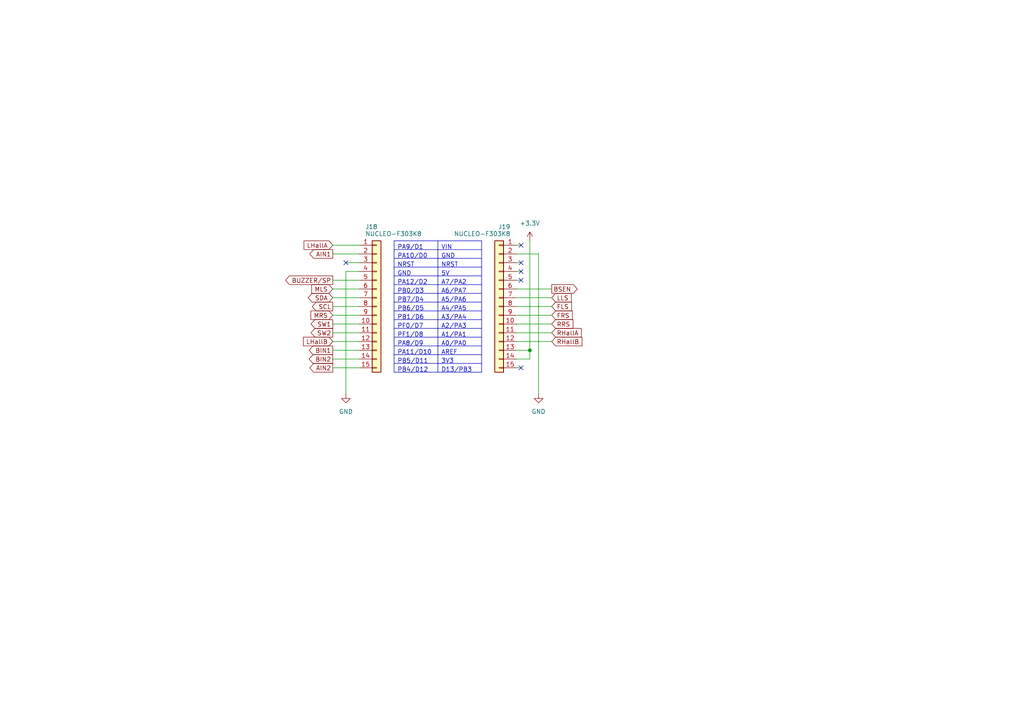
<source format=kicad_sch>
(kicad_sch
	(version 20250114)
	(generator "eeschema")
	(generator_version "9.0")
	(uuid "4d4a456d-25ab-4bcb-886e-769a0165e8e6")
	(paper "A4")
	(lib_symbols
		(symbol "Connector_Generic:Conn_01x15"
			(pin_names
				(offset 1.016)
				(hide yes)
			)
			(exclude_from_sim no)
			(in_bom yes)
			(on_board yes)
			(property "Reference" "J"
				(at 0 20.32 0)
				(effects
					(font
						(size 1.27 1.27)
					)
				)
			)
			(property "Value" "Conn_01x15"
				(at 0 -20.32 0)
				(effects
					(font
						(size 1.27 1.27)
					)
				)
			)
			(property "Footprint" ""
				(at 0 0 0)
				(effects
					(font
						(size 1.27 1.27)
					)
					(hide yes)
				)
			)
			(property "Datasheet" "~"
				(at 0 0 0)
				(effects
					(font
						(size 1.27 1.27)
					)
					(hide yes)
				)
			)
			(property "Description" "Generic connector, single row, 01x15, script generated (kicad-library-utils/schlib/autogen/connector/)"
				(at 0 0 0)
				(effects
					(font
						(size 1.27 1.27)
					)
					(hide yes)
				)
			)
			(property "ki_keywords" "connector"
				(at 0 0 0)
				(effects
					(font
						(size 1.27 1.27)
					)
					(hide yes)
				)
			)
			(property "ki_fp_filters" "Connector*:*_1x??_*"
				(at 0 0 0)
				(effects
					(font
						(size 1.27 1.27)
					)
					(hide yes)
				)
			)
			(symbol "Conn_01x15_1_1"
				(rectangle
					(start -1.27 19.05)
					(end 1.27 -19.05)
					(stroke
						(width 0.254)
						(type default)
					)
					(fill
						(type background)
					)
				)
				(rectangle
					(start -1.27 17.907)
					(end 0 17.653)
					(stroke
						(width 0.1524)
						(type default)
					)
					(fill
						(type none)
					)
				)
				(rectangle
					(start -1.27 15.367)
					(end 0 15.113)
					(stroke
						(width 0.1524)
						(type default)
					)
					(fill
						(type none)
					)
				)
				(rectangle
					(start -1.27 12.827)
					(end 0 12.573)
					(stroke
						(width 0.1524)
						(type default)
					)
					(fill
						(type none)
					)
				)
				(rectangle
					(start -1.27 10.287)
					(end 0 10.033)
					(stroke
						(width 0.1524)
						(type default)
					)
					(fill
						(type none)
					)
				)
				(rectangle
					(start -1.27 7.747)
					(end 0 7.493)
					(stroke
						(width 0.1524)
						(type default)
					)
					(fill
						(type none)
					)
				)
				(rectangle
					(start -1.27 5.207)
					(end 0 4.953)
					(stroke
						(width 0.1524)
						(type default)
					)
					(fill
						(type none)
					)
				)
				(rectangle
					(start -1.27 2.667)
					(end 0 2.413)
					(stroke
						(width 0.1524)
						(type default)
					)
					(fill
						(type none)
					)
				)
				(rectangle
					(start -1.27 0.127)
					(end 0 -0.127)
					(stroke
						(width 0.1524)
						(type default)
					)
					(fill
						(type none)
					)
				)
				(rectangle
					(start -1.27 -2.413)
					(end 0 -2.667)
					(stroke
						(width 0.1524)
						(type default)
					)
					(fill
						(type none)
					)
				)
				(rectangle
					(start -1.27 -4.953)
					(end 0 -5.207)
					(stroke
						(width 0.1524)
						(type default)
					)
					(fill
						(type none)
					)
				)
				(rectangle
					(start -1.27 -7.493)
					(end 0 -7.747)
					(stroke
						(width 0.1524)
						(type default)
					)
					(fill
						(type none)
					)
				)
				(rectangle
					(start -1.27 -10.033)
					(end 0 -10.287)
					(stroke
						(width 0.1524)
						(type default)
					)
					(fill
						(type none)
					)
				)
				(rectangle
					(start -1.27 -12.573)
					(end 0 -12.827)
					(stroke
						(width 0.1524)
						(type default)
					)
					(fill
						(type none)
					)
				)
				(rectangle
					(start -1.27 -15.113)
					(end 0 -15.367)
					(stroke
						(width 0.1524)
						(type default)
					)
					(fill
						(type none)
					)
				)
				(rectangle
					(start -1.27 -17.653)
					(end 0 -17.907)
					(stroke
						(width 0.1524)
						(type default)
					)
					(fill
						(type none)
					)
				)
				(pin passive line
					(at -5.08 17.78 0)
					(length 3.81)
					(name "Pin_1"
						(effects
							(font
								(size 1.27 1.27)
							)
						)
					)
					(number "1"
						(effects
							(font
								(size 1.27 1.27)
							)
						)
					)
				)
				(pin passive line
					(at -5.08 15.24 0)
					(length 3.81)
					(name "Pin_2"
						(effects
							(font
								(size 1.27 1.27)
							)
						)
					)
					(number "2"
						(effects
							(font
								(size 1.27 1.27)
							)
						)
					)
				)
				(pin passive line
					(at -5.08 12.7 0)
					(length 3.81)
					(name "Pin_3"
						(effects
							(font
								(size 1.27 1.27)
							)
						)
					)
					(number "3"
						(effects
							(font
								(size 1.27 1.27)
							)
						)
					)
				)
				(pin passive line
					(at -5.08 10.16 0)
					(length 3.81)
					(name "Pin_4"
						(effects
							(font
								(size 1.27 1.27)
							)
						)
					)
					(number "4"
						(effects
							(font
								(size 1.27 1.27)
							)
						)
					)
				)
				(pin passive line
					(at -5.08 7.62 0)
					(length 3.81)
					(name "Pin_5"
						(effects
							(font
								(size 1.27 1.27)
							)
						)
					)
					(number "5"
						(effects
							(font
								(size 1.27 1.27)
							)
						)
					)
				)
				(pin passive line
					(at -5.08 5.08 0)
					(length 3.81)
					(name "Pin_6"
						(effects
							(font
								(size 1.27 1.27)
							)
						)
					)
					(number "6"
						(effects
							(font
								(size 1.27 1.27)
							)
						)
					)
				)
				(pin passive line
					(at -5.08 2.54 0)
					(length 3.81)
					(name "Pin_7"
						(effects
							(font
								(size 1.27 1.27)
							)
						)
					)
					(number "7"
						(effects
							(font
								(size 1.27 1.27)
							)
						)
					)
				)
				(pin passive line
					(at -5.08 0 0)
					(length 3.81)
					(name "Pin_8"
						(effects
							(font
								(size 1.27 1.27)
							)
						)
					)
					(number "8"
						(effects
							(font
								(size 1.27 1.27)
							)
						)
					)
				)
				(pin passive line
					(at -5.08 -2.54 0)
					(length 3.81)
					(name "Pin_9"
						(effects
							(font
								(size 1.27 1.27)
							)
						)
					)
					(number "9"
						(effects
							(font
								(size 1.27 1.27)
							)
						)
					)
				)
				(pin passive line
					(at -5.08 -5.08 0)
					(length 3.81)
					(name "Pin_10"
						(effects
							(font
								(size 1.27 1.27)
							)
						)
					)
					(number "10"
						(effects
							(font
								(size 1.27 1.27)
							)
						)
					)
				)
				(pin passive line
					(at -5.08 -7.62 0)
					(length 3.81)
					(name "Pin_11"
						(effects
							(font
								(size 1.27 1.27)
							)
						)
					)
					(number "11"
						(effects
							(font
								(size 1.27 1.27)
							)
						)
					)
				)
				(pin passive line
					(at -5.08 -10.16 0)
					(length 3.81)
					(name "Pin_12"
						(effects
							(font
								(size 1.27 1.27)
							)
						)
					)
					(number "12"
						(effects
							(font
								(size 1.27 1.27)
							)
						)
					)
				)
				(pin passive line
					(at -5.08 -12.7 0)
					(length 3.81)
					(name "Pin_13"
						(effects
							(font
								(size 1.27 1.27)
							)
						)
					)
					(number "13"
						(effects
							(font
								(size 1.27 1.27)
							)
						)
					)
				)
				(pin passive line
					(at -5.08 -15.24 0)
					(length 3.81)
					(name "Pin_14"
						(effects
							(font
								(size 1.27 1.27)
							)
						)
					)
					(number "14"
						(effects
							(font
								(size 1.27 1.27)
							)
						)
					)
				)
				(pin passive line
					(at -5.08 -17.78 0)
					(length 3.81)
					(name "Pin_15"
						(effects
							(font
								(size 1.27 1.27)
							)
						)
					)
					(number "15"
						(effects
							(font
								(size 1.27 1.27)
							)
						)
					)
				)
			)
			(embedded_fonts no)
		)
		(symbol "power:+3.3V"
			(power)
			(pin_numbers
				(hide yes)
			)
			(pin_names
				(offset 0)
				(hide yes)
			)
			(exclude_from_sim no)
			(in_bom yes)
			(on_board yes)
			(property "Reference" "#PWR"
				(at 0 -3.81 0)
				(effects
					(font
						(size 1.27 1.27)
					)
					(hide yes)
				)
			)
			(property "Value" "+3.3V"
				(at 0 3.556 0)
				(effects
					(font
						(size 1.27 1.27)
					)
				)
			)
			(property "Footprint" ""
				(at 0 0 0)
				(effects
					(font
						(size 1.27 1.27)
					)
					(hide yes)
				)
			)
			(property "Datasheet" ""
				(at 0 0 0)
				(effects
					(font
						(size 1.27 1.27)
					)
					(hide yes)
				)
			)
			(property "Description" "Power symbol creates a global label with name \"+3.3V\""
				(at 0 0 0)
				(effects
					(font
						(size 1.27 1.27)
					)
					(hide yes)
				)
			)
			(property "ki_keywords" "global power"
				(at 0 0 0)
				(effects
					(font
						(size 1.27 1.27)
					)
					(hide yes)
				)
			)
			(symbol "+3.3V_0_1"
				(polyline
					(pts
						(xy -0.762 1.27) (xy 0 2.54)
					)
					(stroke
						(width 0)
						(type default)
					)
					(fill
						(type none)
					)
				)
				(polyline
					(pts
						(xy 0 2.54) (xy 0.762 1.27)
					)
					(stroke
						(width 0)
						(type default)
					)
					(fill
						(type none)
					)
				)
				(polyline
					(pts
						(xy 0 0) (xy 0 2.54)
					)
					(stroke
						(width 0)
						(type default)
					)
					(fill
						(type none)
					)
				)
			)
			(symbol "+3.3V_1_1"
				(pin power_in line
					(at 0 0 90)
					(length 0)
					(name "~"
						(effects
							(font
								(size 1.27 1.27)
							)
						)
					)
					(number "1"
						(effects
							(font
								(size 1.27 1.27)
							)
						)
					)
				)
			)
			(embedded_fonts no)
		)
		(symbol "power:GND"
			(power)
			(pin_numbers
				(hide yes)
			)
			(pin_names
				(offset 0)
				(hide yes)
			)
			(exclude_from_sim no)
			(in_bom yes)
			(on_board yes)
			(property "Reference" "#PWR"
				(at 0 -6.35 0)
				(effects
					(font
						(size 1.27 1.27)
					)
					(hide yes)
				)
			)
			(property "Value" "GND"
				(at 0 -3.81 0)
				(effects
					(font
						(size 1.27 1.27)
					)
				)
			)
			(property "Footprint" ""
				(at 0 0 0)
				(effects
					(font
						(size 1.27 1.27)
					)
					(hide yes)
				)
			)
			(property "Datasheet" ""
				(at 0 0 0)
				(effects
					(font
						(size 1.27 1.27)
					)
					(hide yes)
				)
			)
			(property "Description" "Power symbol creates a global label with name \"GND\" , ground"
				(at 0 0 0)
				(effects
					(font
						(size 1.27 1.27)
					)
					(hide yes)
				)
			)
			(property "ki_keywords" "global power"
				(at 0 0 0)
				(effects
					(font
						(size 1.27 1.27)
					)
					(hide yes)
				)
			)
			(symbol "GND_0_1"
				(polyline
					(pts
						(xy 0 0) (xy 0 -1.27) (xy 1.27 -1.27) (xy 0 -2.54) (xy -1.27 -1.27) (xy 0 -1.27)
					)
					(stroke
						(width 0)
						(type default)
					)
					(fill
						(type none)
					)
				)
			)
			(symbol "GND_1_1"
				(pin power_in line
					(at 0 0 270)
					(length 0)
					(name "~"
						(effects
							(font
								(size 1.27 1.27)
							)
						)
					)
					(number "1"
						(effects
							(font
								(size 1.27 1.27)
							)
						)
					)
				)
			)
			(embedded_fonts no)
		)
	)
	(junction
		(at 153.67 101.6)
		(diameter 0)
		(color 0 0 0 0)
		(uuid "64a7f56f-8051-4975-889f-816c731f21eb")
	)
	(no_connect
		(at 151.13 76.2)
		(uuid "1c6ddded-e4d1-4c59-8e8a-6b0b1f95f042")
	)
	(no_connect
		(at 151.13 78.74)
		(uuid "241825bc-5817-4a04-838a-381d5da558e0")
	)
	(no_connect
		(at 151.13 81.28)
		(uuid "2abeeb14-c406-4510-8681-671bbcbef948")
	)
	(no_connect
		(at 151.13 71.12)
		(uuid "4ed99d0c-ba2b-4130-b2d5-f0d1d2d9b367")
	)
	(no_connect
		(at 151.13 106.68)
		(uuid "504f9f0e-6270-482a-8cef-969bc80802f5")
	)
	(no_connect
		(at 100.33 76.2)
		(uuid "878c504c-f045-4554-a0ea-9887a86f3ed8")
	)
	(wire
		(pts
			(xy 153.67 69.85) (xy 153.67 101.6)
		)
		(stroke
			(width 0)
			(type default)
		)
		(uuid "00d0bc06-e1f5-4eec-a859-867bdf4f763d")
	)
	(wire
		(pts
			(xy 100.33 76.2) (xy 104.14 76.2)
		)
		(stroke
			(width 0)
			(type default)
		)
		(uuid "018f29b2-0af7-45fe-8991-a4b73d6c45e9")
	)
	(wire
		(pts
			(xy 96.52 91.44) (xy 104.14 91.44)
		)
		(stroke
			(width 0)
			(type default)
		)
		(uuid "15c850cc-74c9-461c-81a7-8589df9af21f")
	)
	(wire
		(pts
			(xy 149.86 86.36) (xy 160.02 86.36)
		)
		(stroke
			(width 0)
			(type default)
		)
		(uuid "1c81c23d-3b2e-42c0-b557-d1aef8e2c943")
	)
	(wire
		(pts
			(xy 96.52 73.66) (xy 104.14 73.66)
		)
		(stroke
			(width 0)
			(type default)
		)
		(uuid "20242a39-8378-4bfe-8945-c4b42e43e19e")
	)
	(wire
		(pts
			(xy 96.52 96.52) (xy 104.14 96.52)
		)
		(stroke
			(width 0)
			(type default)
		)
		(uuid "25317e04-cc91-4a11-89f1-22b9359a2cdf")
	)
	(wire
		(pts
			(xy 149.86 88.9) (xy 160.02 88.9)
		)
		(stroke
			(width 0)
			(type default)
		)
		(uuid "31a333af-bf63-4115-8eda-611145b90a5b")
	)
	(wire
		(pts
			(xy 96.52 93.98) (xy 104.14 93.98)
		)
		(stroke
			(width 0)
			(type default)
		)
		(uuid "36a05ad2-5ec3-4e42-8a38-22d2c13b17bf")
	)
	(wire
		(pts
			(xy 96.52 99.06) (xy 104.14 99.06)
		)
		(stroke
			(width 0)
			(type default)
		)
		(uuid "5d5b8cda-9177-41d2-85d3-a6dc8d9ff064")
	)
	(wire
		(pts
			(xy 96.52 83.82) (xy 104.14 83.82)
		)
		(stroke
			(width 0)
			(type default)
		)
		(uuid "68ecb446-7a0f-4b62-aaf4-0028f246d540")
	)
	(wire
		(pts
			(xy 96.52 81.28) (xy 104.14 81.28)
		)
		(stroke
			(width 0)
			(type default)
		)
		(uuid "790e0c5d-e9c4-4197-8e1e-3b741cb2fd35")
	)
	(wire
		(pts
			(xy 149.86 101.6) (xy 153.67 101.6)
		)
		(stroke
			(width 0)
			(type default)
		)
		(uuid "7dfdf6ca-6124-4a43-bc53-1223fed5dc2a")
	)
	(wire
		(pts
			(xy 96.52 86.36) (xy 104.14 86.36)
		)
		(stroke
			(width 0)
			(type default)
		)
		(uuid "7ee0ec15-2bb3-409d-be75-63b922b69846")
	)
	(wire
		(pts
			(xy 96.52 71.12) (xy 104.14 71.12)
		)
		(stroke
			(width 0)
			(type default)
		)
		(uuid "8f4cdd8d-1920-430a-a444-c06f9b66807a")
	)
	(wire
		(pts
			(xy 96.52 104.14) (xy 104.14 104.14)
		)
		(stroke
			(width 0)
			(type default)
		)
		(uuid "9a25cd10-2cd5-4e91-a211-ecb5056d1614")
	)
	(wire
		(pts
			(xy 153.67 104.14) (xy 153.67 101.6)
		)
		(stroke
			(width 0)
			(type default)
		)
		(uuid "9d9df7f1-305c-47ca-91f2-68835ff7af54")
	)
	(wire
		(pts
			(xy 96.52 101.6) (xy 104.14 101.6)
		)
		(stroke
			(width 0)
			(type default)
		)
		(uuid "a2cf479c-da24-4df8-8982-3d76719371c7")
	)
	(wire
		(pts
			(xy 149.86 78.74) (xy 151.13 78.74)
		)
		(stroke
			(width 0)
			(type default)
		)
		(uuid "a39b05d2-0896-44e0-b8b0-c5ba52dbd949")
	)
	(wire
		(pts
			(xy 149.86 99.06) (xy 160.02 99.06)
		)
		(stroke
			(width 0)
			(type default)
		)
		(uuid "a4ffad3d-2ae0-45f6-8088-bcb1bf4d475f")
	)
	(wire
		(pts
			(xy 149.86 93.98) (xy 160.02 93.98)
		)
		(stroke
			(width 0)
			(type default)
		)
		(uuid "a5c47b22-4942-44a7-aa10-1a99dd7a6f5b")
	)
	(wire
		(pts
			(xy 149.86 81.28) (xy 151.13 81.28)
		)
		(stroke
			(width 0)
			(type default)
		)
		(uuid "a763e728-972e-46aa-bd00-cfe536a2ad20")
	)
	(wire
		(pts
			(xy 100.33 78.74) (xy 100.33 114.3)
		)
		(stroke
			(width 0)
			(type default)
		)
		(uuid "b2b7c0ec-f232-4de6-893d-ab9ab4bb0833")
	)
	(wire
		(pts
			(xy 104.14 78.74) (xy 100.33 78.74)
		)
		(stroke
			(width 0)
			(type default)
		)
		(uuid "b6099e1c-da37-4b0a-bf8e-ecef9c085950")
	)
	(wire
		(pts
			(xy 149.86 73.66) (xy 156.21 73.66)
		)
		(stroke
			(width 0)
			(type default)
		)
		(uuid "bfc544d9-4aee-40d5-ba5e-c63f3b6e9f98")
	)
	(wire
		(pts
			(xy 149.86 106.68) (xy 151.13 106.68)
		)
		(stroke
			(width 0)
			(type default)
		)
		(uuid "c22c458b-dec5-4227-8b85-471f38bc5e4f")
	)
	(wire
		(pts
			(xy 149.86 76.2) (xy 151.13 76.2)
		)
		(stroke
			(width 0)
			(type default)
		)
		(uuid "c46e1c0f-f1b9-4ee2-b10f-68835c646f5d")
	)
	(wire
		(pts
			(xy 96.52 106.68) (xy 104.14 106.68)
		)
		(stroke
			(width 0)
			(type default)
		)
		(uuid "c4f39135-9528-4d2f-99e6-9edd4d121e88")
	)
	(wire
		(pts
			(xy 149.86 104.14) (xy 153.67 104.14)
		)
		(stroke
			(width 0)
			(type default)
		)
		(uuid "c6cd3b9f-1980-409d-b500-99f95d701ae0")
	)
	(wire
		(pts
			(xy 149.86 96.52) (xy 160.02 96.52)
		)
		(stroke
			(width 0)
			(type default)
		)
		(uuid "c7757d11-4383-4363-8786-120d8911818a")
	)
	(wire
		(pts
			(xy 96.52 88.9) (xy 104.14 88.9)
		)
		(stroke
			(width 0)
			(type default)
		)
		(uuid "e3c05ce6-3390-4de8-8b75-16be15ea2a50")
	)
	(wire
		(pts
			(xy 149.86 71.12) (xy 151.13 71.12)
		)
		(stroke
			(width 0)
			(type default)
		)
		(uuid "e48efd2b-2a81-451e-8870-ee7bd5c37b9f")
	)
	(wire
		(pts
			(xy 149.86 83.82) (xy 160.02 83.82)
		)
		(stroke
			(width 0)
			(type default)
		)
		(uuid "fae161ba-a56f-45ab-afa4-1391947d9975")
	)
	(wire
		(pts
			(xy 149.86 91.44) (xy 160.02 91.44)
		)
		(stroke
			(width 0)
			(type default)
		)
		(uuid "fb2892d1-bdf8-4711-9bf0-5f4a42a86f2f")
	)
	(wire
		(pts
			(xy 156.21 73.66) (xy 156.21 114.3)
		)
		(stroke
			(width 0)
			(type default)
		)
		(uuid "ff90fb90-4048-4ce4-8239-da15e46b2613")
	)
	(table
		(column_count 2)
		(border
			(external yes)
			(header yes)
			(stroke
				(width 0)
				(type solid)
			)
		)
		(separators
			(rows yes)
			(cols yes)
			(stroke
				(width 0)
				(type solid)
			)
		)
		(column_widths 12.7 12.7)
		(row_heights 2.54 2.54 2.54 2.54 2.54 2.54 2.54 2.54 2.54 2.54 2.54 2.54
			2.54 2.54 2.54
		)
		(cells
			(table_cell "PA9/D1"
				(exclude_from_sim no)
				(at 114.3 69.85 0)
				(size 12.7 2.54)
				(margins 0.9525 0.9525 0.9525 0.9525)
				(span 1 1)
				(fill
					(type none)
				)
				(effects
					(font
						(size 1.27 1.27)
					)
					(justify left top)
				)
				(uuid "40d2d1e1-9f38-408d-b8ff-48ac5e9826dd")
			)
			(table_cell "VIN"
				(exclude_from_sim no)
				(at 127 69.85 0)
				(size 12.7 2.54)
				(margins 0.9525 0.9525 0.9525 0.9525)
				(span 1 1)
				(fill
					(type none)
				)
				(effects
					(font
						(size 1.27 1.27)
					)
					(justify left top)
				)
				(uuid "3f0bd70b-fc41-46f1-a356-3873fb22c2ac")
			)
			(table_cell "PA10/D0"
				(exclude_from_sim no)
				(at 114.3 72.39 0)
				(size 12.7 2.54)
				(margins 0.9525 0.9525 0.9525 0.9525)
				(span 1 1)
				(fill
					(type none)
				)
				(effects
					(font
						(size 1.27 1.27)
					)
					(justify left top)
				)
				(uuid "567c8bb8-f025-4817-8033-d27f63adc97e")
			)
			(table_cell "GND"
				(exclude_from_sim no)
				(at 127 72.39 0)
				(size 12.7 2.54)
				(margins 0.9525 0.9525 0.9525 0.9525)
				(span 1 1)
				(fill
					(type none)
				)
				(effects
					(font
						(size 1.27 1.27)
					)
					(justify left top)
				)
				(uuid "254628ff-ccb2-4a14-9217-1e2f649a1dd5")
			)
			(table_cell "NRST"
				(exclude_from_sim no)
				(at 114.3 74.93 0)
				(size 12.7 2.54)
				(margins 0.9525 0.9525 0.9525 0.9525)
				(span 1 1)
				(fill
					(type none)
				)
				(effects
					(font
						(size 1.27 1.27)
					)
					(justify left top)
				)
				(uuid "45a2de4d-291b-4e84-9718-3f523c4bbbea")
			)
			(table_cell "NRST"
				(exclude_from_sim no)
				(at 127 74.93 0)
				(size 12.7 2.54)
				(margins 0.9525 0.9525 0.9525 0.9525)
				(span 1 1)
				(fill
					(type none)
				)
				(effects
					(font
						(size 1.27 1.27)
					)
					(justify left top)
				)
				(uuid "dee81577-3851-4e48-b641-13c8f89bf03a")
			)
			(table_cell "GND"
				(exclude_from_sim no)
				(at 114.3 77.47 0)
				(size 12.7 2.54)
				(margins 0.9525 0.9525 0.9525 0.9525)
				(span 1 1)
				(fill
					(type none)
				)
				(effects
					(font
						(size 1.27 1.27)
					)
					(justify left top)
				)
				(uuid "6421d2b2-3077-47f4-a437-c560d20452a2")
			)
			(table_cell "5V"
				(exclude_from_sim no)
				(at 127 77.47 0)
				(size 12.7 2.54)
				(margins 0.9525 0.9525 0.9525 0.9525)
				(span 1 1)
				(fill
					(type none)
				)
				(effects
					(font
						(size 1.27 1.27)
					)
					(justify left top)
				)
				(uuid "c8d9867e-7e2b-4d5d-a3e2-ed980d95c28f")
			)
			(table_cell "PA12/D2"
				(exclude_from_sim no)
				(at 114.3 80.01 0)
				(size 12.7 2.54)
				(margins 0.9525 0.9525 0.9525 0.9525)
				(span 1 1)
				(fill
					(type none)
				)
				(effects
					(font
						(size 1.27 1.27)
					)
					(justify left top)
				)
				(uuid "bf458bf2-e763-4e75-bf95-2bacb765d4bd")
			)
			(table_cell "A7/PA2"
				(exclude_from_sim no)
				(at 127 80.01 0)
				(size 12.7 2.54)
				(margins 0.9525 0.9525 0.9525 0.9525)
				(span 1 1)
				(fill
					(type none)
				)
				(effects
					(font
						(size 1.27 1.27)
					)
					(justify left top)
				)
				(uuid "b4c5bf74-81b8-4648-b574-ee6d933f020d")
			)
			(table_cell "PB0/D3"
				(exclude_from_sim no)
				(at 114.3 82.55 0)
				(size 12.7 2.54)
				(margins 0.9525 0.9525 0.9525 0.9525)
				(span 1 1)
				(fill
					(type none)
				)
				(effects
					(font
						(size 1.27 1.27)
					)
					(justify left top)
				)
				(uuid "820e7ce6-2c52-41d6-9600-0d9edbbe41cb")
			)
			(table_cell "A6/PA7"
				(exclude_from_sim no)
				(at 127 82.55 0)
				(size 12.7 2.54)
				(margins 0.9525 0.9525 0.9525 0.9525)
				(span 1 1)
				(fill
					(type none)
				)
				(effects
					(font
						(size 1.27 1.27)
					)
					(justify left top)
				)
				(uuid "adafca8d-cdcc-4921-a497-99b56dfb15a3")
			)
			(table_cell "PB7/D4"
				(exclude_from_sim no)
				(at 114.3 85.09 0)
				(size 12.7 2.54)
				(margins 0.9525 0.9525 0.9525 0.9525)
				(span 1 1)
				(fill
					(type none)
				)
				(effects
					(font
						(size 1.27 1.27)
					)
					(justify left top)
				)
				(uuid "a3fd9ba4-a486-4c41-bb91-a3c934535cd4")
			)
			(table_cell "A5/PA6"
				(exclude_from_sim no)
				(at 127 85.09 0)
				(size 12.7 2.54)
				(margins 0.9525 0.9525 0.9525 0.9525)
				(span 1 1)
				(fill
					(type none)
				)
				(effects
					(font
						(size 1.27 1.27)
					)
					(justify left top)
				)
				(uuid "690e948f-aa98-4f98-b3ea-c4b12096e074")
			)
			(table_cell "PB6/D5"
				(exclude_from_sim no)
				(at 114.3 87.63 0)
				(size 12.7 2.54)
				(margins 0.9525 0.9525 0.9525 0.9525)
				(span 1 1)
				(fill
					(type none)
				)
				(effects
					(font
						(size 1.27 1.27)
					)
					(justify left top)
				)
				(uuid "665d9cb7-a534-4bd6-9e5b-5ee8a8c51a83")
			)
			(table_cell "A4/PA5"
				(exclude_from_sim no)
				(at 127 87.63 0)
				(size 12.7 2.54)
				(margins 0.9525 0.9525 0.9525 0.9525)
				(span 1 1)
				(fill
					(type none)
				)
				(effects
					(font
						(size 1.27 1.27)
					)
					(justify left top)
				)
				(uuid "c88a1316-ea5f-48eb-ad24-88786e8b4ebc")
			)
			(table_cell "PB1/D6"
				(exclude_from_sim no)
				(at 114.3 90.17 0)
				(size 12.7 2.54)
				(margins 0.9525 0.9525 0.9525 0.9525)
				(span 1 1)
				(fill
					(type none)
				)
				(effects
					(font
						(size 1.27 1.27)
					)
					(justify left top)
				)
				(uuid "614b1094-8e34-4e95-b2fb-ff41f404ba33")
			)
			(table_cell "A3/PA4"
				(exclude_from_sim no)
				(at 127 90.17 0)
				(size 12.7 2.54)
				(margins 0.9525 0.9525 0.9525 0.9525)
				(span 1 1)
				(fill
					(type none)
				)
				(effects
					(font
						(size 1.27 1.27)
					)
					(justify left top)
				)
				(uuid "6213356a-5396-4070-aed4-4a6e9c10e0d9")
			)
			(table_cell "PF0/D7"
				(exclude_from_sim no)
				(at 114.3 92.71 0)
				(size 12.7 2.54)
				(margins 0.9525 0.9525 0.9525 0.9525)
				(span 1 1)
				(fill
					(type none)
				)
				(effects
					(font
						(size 1.27 1.27)
					)
					(justify left top)
				)
				(uuid "0fa73e04-1aaf-4254-b8e8-f449cd40f73a")
			)
			(table_cell "A2/PA3"
				(exclude_from_sim no)
				(at 127 92.71 0)
				(size 12.7 2.54)
				(margins 0.9525 0.9525 0.9525 0.9525)
				(span 1 1)
				(fill
					(type none)
				)
				(effects
					(font
						(size 1.27 1.27)
					)
					(justify left top)
				)
				(uuid "2d76e496-0707-4b9e-b157-de28052888a0")
			)
			(table_cell "PF1/D8"
				(exclude_from_sim no)
				(at 114.3 95.25 0)
				(size 12.7 2.54)
				(margins 0.9525 0.9525 0.9525 0.9525)
				(span 1 1)
				(fill
					(type none)
				)
				(effects
					(font
						(size 1.27 1.27)
					)
					(justify left top)
				)
				(uuid "9d667069-b002-4983-b801-4600061eebe4")
			)
			(table_cell "A1/PA1"
				(exclude_from_sim no)
				(at 127 95.25 0)
				(size 12.7 2.54)
				(margins 0.9525 0.9525 0.9525 0.9525)
				(span 1 1)
				(fill
					(type none)
				)
				(effects
					(font
						(size 1.27 1.27)
					)
					(justify left top)
				)
				(uuid "71d6997b-6a44-4e7b-b26f-103ba114b728")
			)
			(table_cell "PA8/D9"
				(exclude_from_sim no)
				(at 114.3 97.79 0)
				(size 12.7 2.54)
				(margins 0.9525 0.9525 0.9525 0.9525)
				(span 1 1)
				(fill
					(type none)
				)
				(effects
					(font
						(size 1.27 1.27)
					)
					(justify left top)
				)
				(uuid "6cf6ded4-ca96-4615-9f3b-517e774a1755")
			)
			(table_cell "A0/PA0"
				(exclude_from_sim no)
				(at 127 97.79 0)
				(size 12.7 2.54)
				(margins 0.9525 0.9525 0.9525 0.9525)
				(span 1 1)
				(fill
					(type none)
				)
				(effects
					(font
						(size 1.27 1.27)
					)
					(justify left top)
				)
				(uuid "ffdf9838-f61b-40b4-be8b-fbb43f338968")
			)
			(table_cell "PA11/D10"
				(exclude_from_sim no)
				(at 114.3 100.33 0)
				(size 12.7 2.54)
				(margins 0.9525 0.9525 0.9525 0.9525)
				(span 1 1)
				(fill
					(type none)
				)
				(effects
					(font
						(size 1.27 1.27)
					)
					(justify left top)
				)
				(uuid "f89e5330-d555-4b1b-ac49-6a5cf2376589")
			)
			(table_cell "AREF"
				(exclude_from_sim no)
				(at 127 100.33 0)
				(size 12.7 2.54)
				(margins 0.9525 0.9525 0.9525 0.9525)
				(span 1 1)
				(fill
					(type none)
				)
				(effects
					(font
						(size 1.27 1.27)
					)
					(justify left top)
				)
				(uuid "611e2344-a77a-4f43-a6db-5a65f447450e")
			)
			(table_cell "PB5/D11"
				(exclude_from_sim no)
				(at 114.3 102.87 0)
				(size 12.7 2.54)
				(margins 0.9525 0.9525 0.9525 0.9525)
				(span 1 1)
				(fill
					(type none)
				)
				(effects
					(font
						(size 1.27 1.27)
					)
					(justify left top)
				)
				(uuid "c037e8b6-2464-4fb9-90eb-b7973352d8df")
			)
			(table_cell "3V3"
				(exclude_from_sim no)
				(at 127 102.87 0)
				(size 12.7 2.54)
				(margins 0.9525 0.9525 0.9525 0.9525)
				(span 1 1)
				(fill
					(type none)
				)
				(effects
					(font
						(size 1.27 1.27)
					)
					(justify left top)
				)
				(uuid "9aa7fff2-da86-47f0-8dbd-b46ab4673eb0")
			)
			(table_cell "PB4/D12"
				(exclude_from_sim no)
				(at 114.3 105.41 0)
				(size 12.7 2.54)
				(margins 0.9525 0.9525 0.9525 0.9525)
				(span 1 1)
				(fill
					(type none)
				)
				(effects
					(font
						(size 1.27 1.27)
					)
					(justify left top)
				)
				(uuid "e7488804-9ab6-4e43-aa34-fd979b1a83ea")
			)
			(table_cell "D13/PB3"
				(exclude_from_sim no)
				(at 127 105.41 0)
				(size 12.7 2.54)
				(margins 0.9525 0.9525 0.9525 0.9525)
				(span 1 1)
				(fill
					(type none)
				)
				(effects
					(font
						(size 1.27 1.27)
					)
					(justify left top)
				)
				(uuid "2edc7903-3b19-4299-a79b-1a8e25dec815")
			)
		)
	)
	(global_label "LLS"
		(shape input)
		(at 160.02 86.36 0)
		(fields_autoplaced yes)
		(effects
			(font
				(size 1.27 1.27)
			)
			(justify left)
		)
		(uuid "16bce788-3532-410f-b415-dc2845d6414f")
		(property "Intersheetrefs" "${INTERSHEET_REFS}"
			(at 166.2709 86.36 0)
			(effects
				(font
					(size 1.27 1.27)
				)
				(justify left)
				(hide yes)
			)
		)
	)
	(global_label "RHallA"
		(shape input)
		(at 160.02 96.52 0)
		(fields_autoplaced yes)
		(effects
			(font
				(size 1.27 1.27)
			)
			(justify left)
		)
		(uuid "18135afa-da16-41c4-86fb-4e77b808bc8e")
		(property "Intersheetrefs" "${INTERSHEET_REFS}"
			(at 169.1737 96.52 0)
			(effects
				(font
					(size 1.27 1.27)
				)
				(justify left)
				(hide yes)
			)
		)
	)
	(global_label "SDA"
		(shape bidirectional)
		(at 96.52 86.36 180)
		(fields_autoplaced yes)
		(effects
			(font
				(size 1.27 1.27)
			)
			(justify right)
		)
		(uuid "4eb2820a-2704-4683-990e-56620f73359c")
		(property "Intersheetrefs" "${INTERSHEET_REFS}"
			(at 88.8554 86.36 0)
			(effects
				(font
					(size 1.27 1.27)
				)
				(justify right)
				(hide yes)
			)
		)
	)
	(global_label "SW2"
		(shape output)
		(at 96.52 96.52 180)
		(fields_autoplaced yes)
		(effects
			(font
				(size 1.27 1.27)
			)
			(justify right)
		)
		(uuid "521315b4-e009-4fd1-89aa-9166e610a84e")
		(property "Intersheetrefs" "${INTERSHEET_REFS}"
			(at 89.6644 96.52 0)
			(effects
				(font
					(size 1.27 1.27)
				)
				(justify right)
				(hide yes)
			)
		)
	)
	(global_label "LHallA"
		(shape input)
		(at 96.52 71.12 180)
		(fields_autoplaced yes)
		(effects
			(font
				(size 1.27 1.27)
			)
			(justify right)
		)
		(uuid "67d3cc41-f1a7-4a67-9dd6-2f01384cfc37")
		(property "Intersheetrefs" "${INTERSHEET_REFS}"
			(at 87.6082 71.12 0)
			(effects
				(font
					(size 1.27 1.27)
				)
				(justify right)
				(hide yes)
			)
		)
	)
	(global_label "SW1"
		(shape output)
		(at 96.52 93.98 180)
		(fields_autoplaced yes)
		(effects
			(font
				(size 1.27 1.27)
			)
			(justify right)
		)
		(uuid "69f12d93-0213-43aa-bb8f-294a70094cb2")
		(property "Intersheetrefs" "${INTERSHEET_REFS}"
			(at 89.6644 93.98 0)
			(effects
				(font
					(size 1.27 1.27)
				)
				(justify right)
				(hide yes)
			)
		)
	)
	(global_label "AIN1"
		(shape output)
		(at 96.52 73.66 180)
		(fields_autoplaced yes)
		(effects
			(font
				(size 1.27 1.27)
			)
			(justify right)
		)
		(uuid "7a7e4b85-7fb4-4643-a7ca-e4b84e0c33e9")
		(property "Intersheetrefs" "${INTERSHEET_REFS}"
			(at 89.3014 73.66 0)
			(effects
				(font
					(size 1.27 1.27)
				)
				(justify right)
				(hide yes)
			)
		)
	)
	(global_label "MRS"
		(shape input)
		(at 96.52 91.44 180)
		(fields_autoplaced yes)
		(effects
			(font
				(size 1.27 1.27)
			)
			(justify right)
		)
		(uuid "8b92f4ea-290d-458d-bdd7-7642ed2dc912")
		(property "Intersheetrefs" "${INTERSHEET_REFS}"
			(at 89.6039 91.44 0)
			(effects
				(font
					(size 1.27 1.27)
				)
				(justify right)
				(hide yes)
			)
		)
	)
	(global_label "LHallB"
		(shape input)
		(at 96.52 99.06 180)
		(fields_autoplaced yes)
		(effects
			(font
				(size 1.27 1.27)
			)
			(justify right)
		)
		(uuid "951f0818-c1ef-493b-8741-133ab607bae3")
		(property "Intersheetrefs" "${INTERSHEET_REFS}"
			(at 87.4268 99.06 0)
			(effects
				(font
					(size 1.27 1.27)
				)
				(justify right)
				(hide yes)
			)
		)
	)
	(global_label "BSEN"
		(shape output)
		(at 160.02 83.82 0)
		(fields_autoplaced yes)
		(effects
			(font
				(size 1.27 1.27)
			)
			(justify left)
		)
		(uuid "a59e2a77-f89f-4633-ac13-52665f1524b5")
		(property "Intersheetrefs" "${INTERSHEET_REFS}"
			(at 167.9642 83.82 0)
			(effects
				(font
					(size 1.27 1.27)
				)
				(justify left)
				(hide yes)
			)
		)
	)
	(global_label "FLS"
		(shape input)
		(at 160.02 88.9 0)
		(fields_autoplaced yes)
		(effects
			(font
				(size 1.27 1.27)
			)
			(justify left)
		)
		(uuid "a5c71aa1-0406-45fa-b746-fa78acd1bbde")
		(property "Intersheetrefs" "${INTERSHEET_REFS}"
			(at 166.3314 88.9 0)
			(effects
				(font
					(size 1.27 1.27)
				)
				(justify left)
				(hide yes)
			)
		)
	)
	(global_label "FRS"
		(shape input)
		(at 160.02 91.44 0)
		(fields_autoplaced yes)
		(effects
			(font
				(size 1.27 1.27)
			)
			(justify left)
		)
		(uuid "a5f5fb09-d20b-4d5a-9866-f6005c7d67d8")
		(property "Intersheetrefs" "${INTERSHEET_REFS}"
			(at 166.5733 91.44 0)
			(effects
				(font
					(size 1.27 1.27)
				)
				(justify left)
				(hide yes)
			)
		)
	)
	(global_label "AIN2"
		(shape output)
		(at 96.52 106.68 180)
		(fields_autoplaced yes)
		(effects
			(font
				(size 1.27 1.27)
			)
			(justify right)
		)
		(uuid "a83127e4-cc30-4e05-9685-91704a481f54")
		(property "Intersheetrefs" "${INTERSHEET_REFS}"
			(at 89.3014 106.68 0)
			(effects
				(font
					(size 1.27 1.27)
				)
				(justify right)
				(hide yes)
			)
		)
	)
	(global_label "RHallB"
		(shape input)
		(at 160.02 99.06 0)
		(fields_autoplaced yes)
		(effects
			(font
				(size 1.27 1.27)
			)
			(justify left)
		)
		(uuid "c2084824-66a8-4a30-bc7d-a675f35df0e3")
		(property "Intersheetrefs" "${INTERSHEET_REFS}"
			(at 169.3551 99.06 0)
			(effects
				(font
					(size 1.27 1.27)
				)
				(justify left)
				(hide yes)
			)
		)
	)
	(global_label "MLS"
		(shape input)
		(at 96.52 83.82 180)
		(fields_autoplaced yes)
		(effects
			(font
				(size 1.27 1.27)
			)
			(justify right)
		)
		(uuid "c8d6445d-d9d9-4508-895c-2a6dc71396a1")
		(property "Intersheetrefs" "${INTERSHEET_REFS}"
			(at 89.8458 83.82 0)
			(effects
				(font
					(size 1.27 1.27)
				)
				(justify right)
				(hide yes)
			)
		)
	)
	(global_label "BUZZER{slash}SP"
		(shape output)
		(at 96.52 81.28 180)
		(fields_autoplaced yes)
		(effects
			(font
				(size 1.27 1.27)
			)
			(justify right)
		)
		(uuid "cfec4866-56c2-4a46-9846-a9acd57be649")
		(property "Intersheetrefs" "${INTERSHEET_REFS}"
			(at 82.2863 81.28 0)
			(effects
				(font
					(size 1.27 1.27)
				)
				(justify right)
				(hide yes)
			)
		)
	)
	(global_label "BIN2"
		(shape output)
		(at 96.52 104.14 180)
		(fields_autoplaced yes)
		(effects
			(font
				(size 1.27 1.27)
			)
			(justify right)
		)
		(uuid "d02fba7c-1ea7-4ef1-825f-3839cb5a1d49")
		(property "Intersheetrefs" "${INTERSHEET_REFS}"
			(at 89.12 104.14 0)
			(effects
				(font
					(size 1.27 1.27)
				)
				(justify right)
				(hide yes)
			)
		)
	)
	(global_label "SCL"
		(shape output)
		(at 96.52 88.9 180)
		(fields_autoplaced yes)
		(effects
			(font
				(size 1.27 1.27)
			)
			(justify right)
		)
		(uuid "eeea146e-a09d-49f5-b335-466866c6a002")
		(property "Intersheetrefs" "${INTERSHEET_REFS}"
			(at 90.0272 88.9 0)
			(effects
				(font
					(size 1.27 1.27)
				)
				(justify right)
				(hide yes)
			)
		)
	)
	(global_label "BIN1"
		(shape output)
		(at 96.52 101.6 180)
		(fields_autoplaced yes)
		(effects
			(font
				(size 1.27 1.27)
			)
			(justify right)
		)
		(uuid "fb9ea33e-2fd0-4cb5-b1bb-f5361d9616b2")
		(property "Intersheetrefs" "${INTERSHEET_REFS}"
			(at 89.12 101.6 0)
			(effects
				(font
					(size 1.27 1.27)
				)
				(justify right)
				(hide yes)
			)
		)
	)
	(global_label "RRS"
		(shape input)
		(at 160.02 93.98 0)
		(fields_autoplaced yes)
		(effects
			(font
				(size 1.27 1.27)
			)
			(justify left)
		)
		(uuid "fbfb7ef4-80a3-4747-a6c6-22a3c8a2f445")
		(property "Intersheetrefs" "${INTERSHEET_REFS}"
			(at 166.7547 93.98 0)
			(effects
				(font
					(size 1.27 1.27)
				)
				(justify left)
				(hide yes)
			)
		)
	)
	(symbol
		(lib_id "power:+3.3V")
		(at 153.67 69.85 0)
		(unit 1)
		(exclude_from_sim no)
		(in_bom yes)
		(on_board yes)
		(dnp no)
		(fields_autoplaced yes)
		(uuid "4104400b-b5c7-4321-b728-60b237d56c54")
		(property "Reference" "#PWR067"
			(at 153.67 73.66 0)
			(effects
				(font
					(size 1.27 1.27)
				)
				(hide yes)
			)
		)
		(property "Value" "+3.3V"
			(at 153.67 64.77 0)
			(effects
				(font
					(size 1.27 1.27)
				)
			)
		)
		(property "Footprint" ""
			(at 153.67 69.85 0)
			(effects
				(font
					(size 1.27 1.27)
				)
				(hide yes)
			)
		)
		(property "Datasheet" ""
			(at 153.67 69.85 0)
			(effects
				(font
					(size 1.27 1.27)
				)
				(hide yes)
			)
		)
		(property "Description" "Power symbol creates a global label with name \"+3.3V\""
			(at 153.67 69.85 0)
			(effects
				(font
					(size 1.27 1.27)
				)
				(hide yes)
			)
		)
		(pin "1"
			(uuid "083f0be7-0f8f-4e75-9cac-2b65b14b8346")
		)
		(instances
			(project ""
				(path "/914faf3b-320c-40a9-bc45-7ad88109862b/5dce65b8-efc9-4083-92d8-69d373b0fd14"
					(reference "#PWR067")
					(unit 1)
				)
			)
		)
	)
	(symbol
		(lib_id "Connector_Generic:Conn_01x15")
		(at 109.22 88.9 0)
		(unit 1)
		(exclude_from_sim no)
		(in_bom yes)
		(on_board yes)
		(dnp no)
		(uuid "83fdabe7-63c5-4e8c-a245-b5d306181237")
		(property "Reference" "J18"
			(at 105.918 65.786 0)
			(effects
				(font
					(size 1.27 1.27)
				)
				(justify left)
			)
		)
		(property "Value" "NUCLEO-F303K8"
			(at 105.918 67.818 0)
			(effects
				(font
					(size 1.27 1.27)
				)
				(justify left)
			)
		)
		(property "Footprint" "Connector_PinSocket_2.54mm:PinSocket_1x15_P2.54mm_Vertical"
			(at 109.22 88.9 0)
			(effects
				(font
					(size 1.27 1.27)
				)
				(hide yes)
			)
		)
		(property "Datasheet" "~"
			(at 109.22 88.9 0)
			(effects
				(font
					(size 1.27 1.27)
				)
				(hide yes)
			)
		)
		(property "Description" "Generic connector, single row, 01x15, script generated (kicad-library-utils/schlib/autogen/connector/)"
			(at 109.22 88.9 0)
			(effects
				(font
					(size 1.27 1.27)
				)
				(hide yes)
			)
		)
		(pin "6"
			(uuid "f3a07719-26b0-44a8-94ef-0020c2c6910c")
		)
		(pin "9"
			(uuid "c6352dc0-b935-4acd-9e03-0ff063c94a74")
		)
		(pin "13"
			(uuid "06bf8c1a-17f9-4778-86c3-056b16e26edc")
		)
		(pin "1"
			(uuid "ffae945f-2359-47f3-bb30-5299c76f1a0c")
		)
		(pin "5"
			(uuid "3aa2fd3e-5891-4e79-8896-d365f0bf38bd")
		)
		(pin "3"
			(uuid "5826b43c-8463-4b78-af28-273e3fec7bf5")
		)
		(pin "8"
			(uuid "12a40d6a-5992-48e7-a2ec-fd62ee289cc9")
		)
		(pin "2"
			(uuid "ede06d5b-da25-4c08-8c8f-824299ebe158")
		)
		(pin "4"
			(uuid "44f511c3-62af-4b58-94fc-f646cf1274bb")
		)
		(pin "7"
			(uuid "a34ae3ad-4d2c-4b4a-be07-552e820f4bb0")
		)
		(pin "10"
			(uuid "53cc74ad-3a88-48dd-82e9-5854a38637cf")
		)
		(pin "11"
			(uuid "353a0955-74c0-453a-8df8-8240c093296e")
		)
		(pin "12"
			(uuid "eaf58c43-7b95-4292-8018-b7662f536b80")
		)
		(pin "15"
			(uuid "78fb883a-3a2c-4f6b-bcff-91ba28db81eb")
		)
		(pin "14"
			(uuid "3b596e15-1eb2-4e8c-af61-9dd6cc7a084e")
		)
		(instances
			(project ""
				(path "/914faf3b-320c-40a9-bc45-7ad88109862b/5dce65b8-efc9-4083-92d8-69d373b0fd14"
					(reference "J18")
					(unit 1)
				)
			)
		)
	)
	(symbol
		(lib_id "power:GND")
		(at 156.21 114.3 0)
		(unit 1)
		(exclude_from_sim no)
		(in_bom yes)
		(on_board yes)
		(dnp no)
		(fields_autoplaced yes)
		(uuid "d5079066-2036-4cea-abe3-3ad60bcbeef1")
		(property "Reference" "#PWR068"
			(at 156.21 120.65 0)
			(effects
				(font
					(size 1.27 1.27)
				)
				(hide yes)
			)
		)
		(property "Value" "GND"
			(at 156.21 119.38 0)
			(effects
				(font
					(size 1.27 1.27)
				)
			)
		)
		(property "Footprint" ""
			(at 156.21 114.3 0)
			(effects
				(font
					(size 1.27 1.27)
				)
				(hide yes)
			)
		)
		(property "Datasheet" ""
			(at 156.21 114.3 0)
			(effects
				(font
					(size 1.27 1.27)
				)
				(hide yes)
			)
		)
		(property "Description" "Power symbol creates a global label with name \"GND\" , ground"
			(at 156.21 114.3 0)
			(effects
				(font
					(size 1.27 1.27)
				)
				(hide yes)
			)
		)
		(pin "1"
			(uuid "b3297c96-d7bf-4bf8-bd32-78ecc3c3bdba")
		)
		(instances
			(project ""
				(path "/914faf3b-320c-40a9-bc45-7ad88109862b/5dce65b8-efc9-4083-92d8-69d373b0fd14"
					(reference "#PWR068")
					(unit 1)
				)
			)
		)
	)
	(symbol
		(lib_id "power:GND")
		(at 100.33 114.3 0)
		(unit 1)
		(exclude_from_sim no)
		(in_bom yes)
		(on_board yes)
		(dnp no)
		(fields_autoplaced yes)
		(uuid "db0d95f5-96bb-4088-a6e7-f7fd50bf73a3")
		(property "Reference" "#PWR066"
			(at 100.33 120.65 0)
			(effects
				(font
					(size 1.27 1.27)
				)
				(hide yes)
			)
		)
		(property "Value" "GND"
			(at 100.33 119.38 0)
			(effects
				(font
					(size 1.27 1.27)
				)
			)
		)
		(property "Footprint" ""
			(at 100.33 114.3 0)
			(effects
				(font
					(size 1.27 1.27)
				)
				(hide yes)
			)
		)
		(property "Datasheet" ""
			(at 100.33 114.3 0)
			(effects
				(font
					(size 1.27 1.27)
				)
				(hide yes)
			)
		)
		(property "Description" "Power symbol creates a global label with name \"GND\" , ground"
			(at 100.33 114.3 0)
			(effects
				(font
					(size 1.27 1.27)
				)
				(hide yes)
			)
		)
		(pin "1"
			(uuid "32c2fe73-b316-410f-998a-e42c51b21247")
		)
		(instances
			(project ""
				(path "/914faf3b-320c-40a9-bc45-7ad88109862b/5dce65b8-efc9-4083-92d8-69d373b0fd14"
					(reference "#PWR066")
					(unit 1)
				)
			)
		)
	)
	(symbol
		(lib_id "Connector_Generic:Conn_01x15")
		(at 144.78 88.9 0)
		(mirror y)
		(unit 1)
		(exclude_from_sim no)
		(in_bom yes)
		(on_board yes)
		(dnp no)
		(uuid "deafbf7e-46a1-42e8-9850-2a8c1d6ad351")
		(property "Reference" "J19"
			(at 148.082 65.786 0)
			(effects
				(font
					(size 1.27 1.27)
				)
				(justify left)
			)
		)
		(property "Value" "NUCLEO-F303K8"
			(at 148.082 67.818 0)
			(effects
				(font
					(size 1.27 1.27)
				)
				(justify left)
			)
		)
		(property "Footprint" "Connector_PinSocket_2.54mm:PinSocket_1x15_P2.54mm_Vertical"
			(at 144.78 88.9 0)
			(effects
				(font
					(size 1.27 1.27)
				)
				(hide yes)
			)
		)
		(property "Datasheet" "~"
			(at 144.78 88.9 0)
			(effects
				(font
					(size 1.27 1.27)
				)
				(hide yes)
			)
		)
		(property "Description" "Generic connector, single row, 01x15, script generated (kicad-library-utils/schlib/autogen/connector/)"
			(at 144.78 88.9 0)
			(effects
				(font
					(size 1.27 1.27)
				)
				(hide yes)
			)
		)
		(pin "6"
			(uuid "ea56097e-e141-4321-ad85-ebc955e33f91")
		)
		(pin "9"
			(uuid "156d819a-56cd-452b-87b2-98a0684a11ec")
		)
		(pin "13"
			(uuid "3df40e45-6e88-4d9e-89ff-292d380cab4c")
		)
		(pin "1"
			(uuid "38384636-b6ff-47b0-8773-72aea9ea3938")
		)
		(pin "5"
			(uuid "82f9ddc8-5603-4f93-849c-e94d711f4ad6")
		)
		(pin "3"
			(uuid "14175c21-ede7-4a8a-81a7-df227304100c")
		)
		(pin "8"
			(uuid "6e1622dd-bc92-4115-a1a3-39c4af4afe01")
		)
		(pin "2"
			(uuid "4bad15fd-6b88-4e28-945a-4582160db128")
		)
		(pin "4"
			(uuid "c5b972a9-25a8-4136-8b93-cea74ee0f3ea")
		)
		(pin "7"
			(uuid "ffd78ba7-a94c-424c-862c-bb147c266f4e")
		)
		(pin "10"
			(uuid "e3883f56-a983-4df9-9f92-a5708f8a34b5")
		)
		(pin "11"
			(uuid "f0f32ea6-54a7-471e-9800-338c0b9805b7")
		)
		(pin "12"
			(uuid "65b9c415-e86a-4033-bbeb-e6180427ace0")
		)
		(pin "15"
			(uuid "17927404-f1a6-4794-8e19-86a75a6543e1")
		)
		(pin "14"
			(uuid "0810b22d-b97f-41a6-9499-60f679fa4730")
		)
		(instances
			(project "TrainingTracer"
				(path "/914faf3b-320c-40a9-bc45-7ad88109862b/5dce65b8-efc9-4083-92d8-69d373b0fd14"
					(reference "J19")
					(unit 1)
				)
			)
		)
	)
)

</source>
